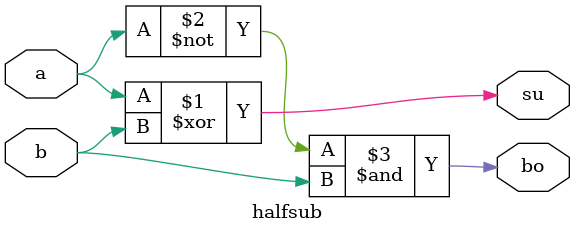
<source format=v>
`timescale 1ns / 1ps


module fullsubusinghalfsub(input a,b,c,output wire sub,borrow );
wire w1,w2,t;
halfsub u1(a,b,w1,w2);
halfsub u2(w1,c,sub,t);
or u3(borrow,t,w2);
endmodule

module halfsub(input a,b,output wire su,bo );
assign su=a^b;
assign bo=(~a)&b;
endmodule




</source>
